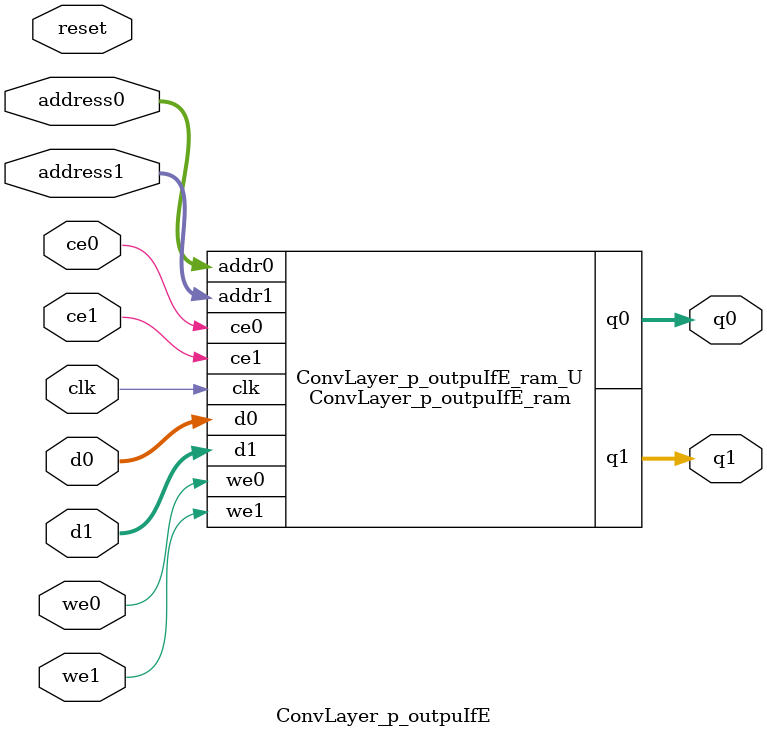
<source format=v>

`timescale 1 ns / 1 ps
module ConvLayer_p_outpuIfE_ram (addr0, ce0, d0, we0, q0, addr1, ce1, d1, we1, q1,  clk);

parameter DWIDTH = 32;
parameter AWIDTH = 6;
parameter MEM_SIZE = 64;

input[AWIDTH-1:0] addr0;
input ce0;
input[DWIDTH-1:0] d0;
input we0;
output reg[DWIDTH-1:0] q0;
input[AWIDTH-1:0] addr1;
input ce1;
input[DWIDTH-1:0] d1;
input we1;
output reg[DWIDTH-1:0] q1;
input clk;

(* ram_style = "block" *)reg [DWIDTH-1:0] ram[0:MEM_SIZE-1];




always @(posedge clk)  
begin 
    if (ce0) 
    begin
        if (we0) 
        begin 
            ram[addr0] <= d0; 
            q0 <= d0;
        end 
        else 
            q0 <= ram[addr0];
    end
end


always @(posedge clk)  
begin 
    if (ce1) 
    begin
        if (we1) 
        begin 
            ram[addr1] <= d1; 
            q1 <= d1;
        end 
        else 
            q1 <= ram[addr1];
    end
end


endmodule


`timescale 1 ns / 1 ps
module ConvLayer_p_outpuIfE(
    reset,
    clk,
    address0,
    ce0,
    we0,
    d0,
    q0,
    address1,
    ce1,
    we1,
    d1,
    q1);

parameter DataWidth = 32'd32;
parameter AddressRange = 32'd64;
parameter AddressWidth = 32'd6;
input reset;
input clk;
input[AddressWidth - 1:0] address0;
input ce0;
input we0;
input[DataWidth - 1:0] d0;
output[DataWidth - 1:0] q0;
input[AddressWidth - 1:0] address1;
input ce1;
input we1;
input[DataWidth - 1:0] d1;
output[DataWidth - 1:0] q1;



ConvLayer_p_outpuIfE_ram ConvLayer_p_outpuIfE_ram_U(
    .clk( clk ),
    .addr0( address0 ),
    .ce0( ce0 ),
    .we0( we0 ),
    .d0( d0 ),
    .q0( q0 ),
    .addr1( address1 ),
    .ce1( ce1 ),
    .we1( we1 ),
    .d1( d1 ),
    .q1( q1 ));

endmodule


</source>
